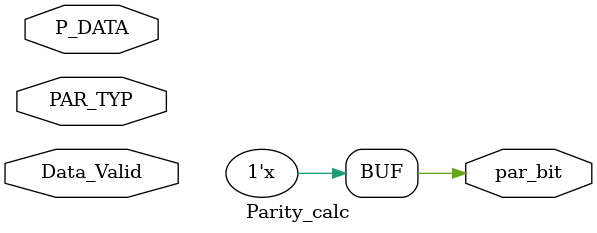
<source format=v>
module Parity_calc(
  input [7:0] P_DATA,
  input Data_Valid,
  input PAR_TYP,
  output reg par_bit);
  
  reg [7:0] par_data;
  
always @(*)
begin
  if(Data_Valid)
  par_data=P_DATA;
else if(PAR_TYP==1'b0)
par_bit=^par_data;
else if(PAR_TYP==1'b1)
par_bit= ~(^par_data);
end
endmodule  

</source>
